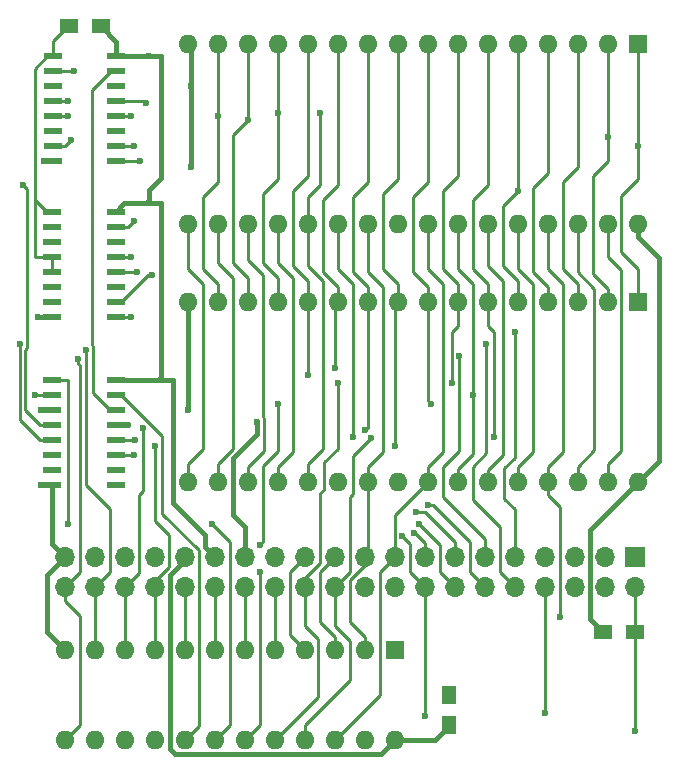
<source format=gtl>
G04 #@! TF.FileFunction,Copper,L1,Top,Signal*
%FSLAX46Y46*%
G04 Gerber Fmt 4.6, Leading zero omitted, Abs format (unit mm)*
G04 Created by KiCad (PCBNEW 4.0.7-e2-6376~58~ubuntu16.04.1) date Thu Mar 10 23:02:34 2022*
%MOMM*%
%LPD*%
G01*
G04 APERTURE LIST*
%ADD10C,0.100000*%
%ADD11R,1.250000X1.500000*%
%ADD12R,1.700000X1.700000*%
%ADD13O,1.700000X1.700000*%
%ADD14R,1.500000X1.300000*%
%ADD15R,1.500000X0.600000*%
%ADD16R,1.600000X1.600000*%
%ADD17O,1.600000X1.600000*%
%ADD18C,0.600000*%
%ADD19C,0.400000*%
%ADD20C,0.250000*%
G04 APERTURE END LIST*
D10*
D11*
X165862000Y-94214000D03*
X165862000Y-91714000D03*
D12*
X181610000Y-80010000D03*
D13*
X181610000Y-82550000D03*
X179070000Y-80010000D03*
X179070000Y-82550000D03*
X176530000Y-80010000D03*
X176530000Y-82550000D03*
X173990000Y-80010000D03*
X173990000Y-82550000D03*
X171450000Y-80010000D03*
X171450000Y-82550000D03*
X168910000Y-80010000D03*
X168910000Y-82550000D03*
X166370000Y-80010000D03*
X166370000Y-82550000D03*
X163830000Y-80010000D03*
X163830000Y-82550000D03*
X161290000Y-80010000D03*
X161290000Y-82550000D03*
X158750000Y-80010000D03*
X158750000Y-82550000D03*
X156210000Y-80010000D03*
X156210000Y-82550000D03*
X153670000Y-80010000D03*
X153670000Y-82550000D03*
X151130000Y-80010000D03*
X151130000Y-82550000D03*
X148590000Y-80010000D03*
X148590000Y-82550000D03*
X146050000Y-80010000D03*
X146050000Y-82550000D03*
X143510000Y-80010000D03*
X143510000Y-82550000D03*
X140970000Y-80010000D03*
X140970000Y-82550000D03*
X138430000Y-80010000D03*
X138430000Y-82550000D03*
X135890000Y-80010000D03*
X135890000Y-82550000D03*
X133350000Y-80010000D03*
X133350000Y-82550000D03*
D14*
X181610000Y-86360000D03*
X178910000Y-86360000D03*
X133698000Y-35052000D03*
X136398000Y-35052000D03*
D15*
X132268000Y-65024000D03*
X132268000Y-66294000D03*
X132268000Y-67564000D03*
X132268000Y-68834000D03*
X132268000Y-70104000D03*
X132268000Y-71374000D03*
X132268000Y-72644000D03*
X132268000Y-73914000D03*
X137668000Y-73914000D03*
X137668000Y-72644000D03*
X137668000Y-71374000D03*
X137668000Y-70104000D03*
X137668000Y-68834000D03*
X137668000Y-67564000D03*
X137668000Y-66294000D03*
X137668000Y-65024000D03*
X132334000Y-37592000D03*
X132334000Y-38862000D03*
X132334000Y-40132000D03*
X132334000Y-41402000D03*
X132334000Y-42672000D03*
X132334000Y-43942000D03*
X132334000Y-45212000D03*
X132334000Y-46482000D03*
X137734000Y-46482000D03*
X137734000Y-45212000D03*
X137734000Y-43942000D03*
X137734000Y-42672000D03*
X137734000Y-41402000D03*
X137734000Y-40132000D03*
X137734000Y-38862000D03*
X137734000Y-37592000D03*
D16*
X161290000Y-87884000D03*
D17*
X133350000Y-95504000D03*
X158750000Y-87884000D03*
X135890000Y-95504000D03*
X156210000Y-87884000D03*
X138430000Y-95504000D03*
X153670000Y-87884000D03*
X140970000Y-95504000D03*
X151130000Y-87884000D03*
X143510000Y-95504000D03*
X148590000Y-87884000D03*
X146050000Y-95504000D03*
X146050000Y-87884000D03*
X148590000Y-95504000D03*
X143510000Y-87884000D03*
X151130000Y-95504000D03*
X140970000Y-87884000D03*
X153670000Y-95504000D03*
X138430000Y-87884000D03*
X156210000Y-95504000D03*
X135890000Y-87884000D03*
X158750000Y-95504000D03*
X133350000Y-87884000D03*
X161290000Y-95504000D03*
D15*
X132268000Y-50800000D03*
X132268000Y-52070000D03*
X132268000Y-53340000D03*
X132268000Y-54610000D03*
X132268000Y-55880000D03*
X132268000Y-57150000D03*
X132268000Y-58420000D03*
X132268000Y-59690000D03*
X137668000Y-59690000D03*
X137668000Y-58420000D03*
X137668000Y-57150000D03*
X137668000Y-55880000D03*
X137668000Y-54610000D03*
X137668000Y-53340000D03*
X137668000Y-52070000D03*
X137668000Y-50800000D03*
D16*
X181864000Y-36576000D03*
D17*
X143764000Y-51816000D03*
X179324000Y-36576000D03*
X146304000Y-51816000D03*
X176784000Y-36576000D03*
X148844000Y-51816000D03*
X174244000Y-36576000D03*
X151384000Y-51816000D03*
X171704000Y-36576000D03*
X153924000Y-51816000D03*
X169164000Y-36576000D03*
X156464000Y-51816000D03*
X166624000Y-36576000D03*
X159004000Y-51816000D03*
X164084000Y-36576000D03*
X161544000Y-51816000D03*
X161544000Y-36576000D03*
X164084000Y-51816000D03*
X159004000Y-36576000D03*
X166624000Y-51816000D03*
X156464000Y-36576000D03*
X169164000Y-51816000D03*
X153924000Y-36576000D03*
X171704000Y-51816000D03*
X151384000Y-36576000D03*
X174244000Y-51816000D03*
X148844000Y-36576000D03*
X176784000Y-51816000D03*
X146304000Y-36576000D03*
X179324000Y-51816000D03*
X143764000Y-36576000D03*
X181864000Y-51816000D03*
D16*
X181864000Y-58420000D03*
D17*
X143764000Y-73660000D03*
X179324000Y-58420000D03*
X146304000Y-73660000D03*
X176784000Y-58420000D03*
X148844000Y-73660000D03*
X174244000Y-58420000D03*
X151384000Y-73660000D03*
X171704000Y-58420000D03*
X153924000Y-73660000D03*
X169164000Y-58420000D03*
X156464000Y-73660000D03*
X166624000Y-58420000D03*
X159004000Y-73660000D03*
X164084000Y-58420000D03*
X161544000Y-73660000D03*
X161544000Y-58420000D03*
X164084000Y-73660000D03*
X159004000Y-58420000D03*
X166624000Y-73660000D03*
X156464000Y-58420000D03*
X169164000Y-73660000D03*
X153924000Y-58420000D03*
X171704000Y-73660000D03*
X151384000Y-58420000D03*
X174244000Y-73660000D03*
X148844000Y-58420000D03*
X176784000Y-73660000D03*
X146304000Y-58420000D03*
X179324000Y-73660000D03*
X143764000Y-58420000D03*
X181864000Y-73660000D03*
D18*
X149606000Y-68580000D03*
X140462000Y-37592000D03*
X140462000Y-50078000D03*
X141478000Y-65024000D03*
X165862000Y-91714000D03*
X144018000Y-46990000D03*
X143764000Y-67564000D03*
X131318000Y-73914000D03*
X131318000Y-67564000D03*
X138684000Y-68834000D03*
X131064000Y-59690000D03*
X131572000Y-46482000D03*
X144018000Y-40132000D03*
X151384000Y-42418000D03*
X133604000Y-41402000D03*
X171450000Y-60960000D03*
X146304000Y-42672000D03*
X138938000Y-42672000D03*
X166741010Y-62963506D03*
X163068000Y-76200000D03*
X139446000Y-55880000D03*
X162952739Y-77971362D03*
X153924000Y-64633010D03*
X134502990Y-63246000D03*
X156210000Y-64008000D03*
X135128000Y-62484000D03*
X158815732Y-69280010D03*
X139954000Y-69088000D03*
X161290000Y-70612000D03*
X140970000Y-70612000D03*
X164405343Y-67025981D03*
X151446145Y-67025981D03*
X149860000Y-78994000D03*
X166116000Y-65278000D03*
X156464000Y-65278000D03*
X159305377Y-69912676D03*
X169672000Y-69850000D03*
X149901450Y-81321450D03*
X130864611Y-66287478D03*
X167894000Y-66294000D03*
X138938000Y-54610000D03*
X161915010Y-78232000D03*
X163830000Y-93472000D03*
X163322000Y-77216000D03*
X140208000Y-41596979D03*
X154940000Y-42418000D03*
X164109513Y-75640974D03*
X148844000Y-43043010D03*
X169046990Y-61976000D03*
X133604000Y-42672000D03*
X173990000Y-93218000D03*
X175260000Y-85090000D03*
X181610000Y-94742000D03*
X145796000Y-77216000D03*
X133604000Y-77216000D03*
X139700000Y-46482000D03*
X129794000Y-48514000D03*
X138938000Y-59690000D03*
X129540000Y-61976000D03*
X139192000Y-71374000D03*
X139328990Y-70104000D03*
X157734000Y-69850000D03*
X134112000Y-38862000D03*
X179324000Y-44450000D03*
X133858000Y-44704000D03*
X181864000Y-45212000D03*
X139192000Y-45212000D03*
X140777990Y-56129372D03*
X139192000Y-51562000D03*
X171704000Y-49022000D03*
D19*
X161290000Y-95504000D02*
X164697000Y-95504000D01*
X164697000Y-95504000D02*
X165862000Y-94339000D01*
X165862000Y-94339000D02*
X165862000Y-94214000D01*
X143510000Y-80010000D02*
X143510000Y-80264000D01*
X142240000Y-81534000D02*
X142240000Y-96266000D01*
X143510000Y-80264000D02*
X142240000Y-81534000D01*
X142240000Y-96266000D02*
X142678001Y-96704001D01*
X160089999Y-96704001D02*
X161290000Y-95504000D01*
X142678001Y-96704001D02*
X160089999Y-96704001D01*
X149352000Y-69850000D02*
X149606000Y-69596000D01*
X149606000Y-69596000D02*
X149606000Y-68580000D01*
X148590000Y-70612000D02*
X148844000Y-70358000D01*
X147574000Y-71628000D02*
X148590000Y-70612000D01*
X148590000Y-70612000D02*
X149352000Y-69850000D01*
X147574000Y-76454000D02*
X147574000Y-71628000D01*
X148590000Y-77470000D02*
X147574000Y-76454000D01*
X148590000Y-80010000D02*
X148590000Y-77470000D01*
X177800000Y-77724000D02*
X177800000Y-84836000D01*
X177894000Y-85344000D02*
X178308000Y-85758000D01*
X178308000Y-85758000D02*
X178910000Y-86360000D01*
X177800000Y-84836000D02*
X177800000Y-85250000D01*
X177800000Y-85250000D02*
X178308000Y-85758000D01*
X181864000Y-73660000D02*
X177800000Y-77724000D01*
X140462000Y-37592000D02*
X137734000Y-37592000D01*
X141478000Y-37592000D02*
X140462000Y-37592000D01*
X141478000Y-47912000D02*
X141478000Y-37592000D01*
X140462000Y-50078000D02*
X140462000Y-48928000D01*
X140462000Y-48928000D02*
X141478000Y-47912000D01*
X140462000Y-50078000D02*
X138390000Y-50078000D01*
X138390000Y-50078000D02*
X137668000Y-50800000D01*
X141478000Y-65024000D02*
X141478000Y-50038000D01*
X141478000Y-50038000D02*
X140502000Y-50038000D01*
X140502000Y-50038000D02*
X140462000Y-50078000D01*
X141478000Y-65024000D02*
X137668000Y-65024000D01*
X146050000Y-80010000D02*
X145200001Y-79160001D01*
X145200001Y-79160001D02*
X145200001Y-78144001D01*
X142494000Y-65024000D02*
X141478000Y-65024000D01*
X145200001Y-78144001D02*
X142494000Y-75438000D01*
X142494000Y-75438000D02*
X142494000Y-65024000D01*
X137734000Y-37592000D02*
X137734000Y-36388000D01*
X137734000Y-36388000D02*
X136398000Y-35052000D01*
X183642000Y-54725370D02*
X183642000Y-71882000D01*
X183642000Y-71882000D02*
X181864000Y-73660000D01*
X181864000Y-51816000D02*
X181864000Y-52947370D01*
X181864000Y-52947370D02*
X183642000Y-54725370D01*
X144018000Y-46990000D02*
X144018000Y-40132000D01*
X143764000Y-58420000D02*
X143764000Y-67564000D01*
X131318000Y-73914000D02*
X132268000Y-73914000D01*
X131318000Y-67564000D02*
X132268000Y-67564000D01*
X138684000Y-68834000D02*
X137668000Y-68834000D01*
X131064000Y-59690000D02*
X132268000Y-59690000D01*
X131572000Y-46482000D02*
X132334000Y-46482000D01*
X144018000Y-40132000D02*
X144018000Y-36830000D01*
X144018000Y-36830000D02*
X143764000Y-36576000D01*
X132268000Y-67564000D02*
X132718000Y-67564000D01*
X132268000Y-73914000D02*
X132268000Y-78928000D01*
X132268000Y-78928000D02*
X133350000Y-80010000D01*
X133350000Y-87884000D02*
X131826000Y-86360000D01*
X131826000Y-86360000D02*
X131826000Y-81534000D01*
X131826000Y-81534000D02*
X133350000Y-80010000D01*
D20*
X151384000Y-36576000D02*
X151384000Y-42418000D01*
X151384000Y-42418000D02*
X151384000Y-48006000D01*
X132334000Y-41402000D02*
X133604000Y-41402000D01*
X171450000Y-71628000D02*
X171450000Y-60960000D01*
X170578999Y-72499001D02*
X171450000Y-71628000D01*
X171450000Y-75946000D02*
X170578999Y-75074999D01*
X170578999Y-75074999D02*
X170578999Y-72499001D01*
X171450000Y-80010000D02*
X171450000Y-75946000D01*
X151384000Y-48006000D02*
X150114000Y-49276000D01*
X150114000Y-49276000D02*
X150114000Y-55118000D01*
X150114000Y-55118000D02*
X151384000Y-56388000D01*
X151384000Y-56388000D02*
X151384000Y-58420000D01*
X146304000Y-42672000D02*
X146304000Y-48260000D01*
X146304000Y-36576000D02*
X146304000Y-42672000D01*
X137734000Y-42672000D02*
X138938000Y-42672000D01*
X165354000Y-72390000D02*
X166741010Y-71002990D01*
X165354000Y-74930000D02*
X165354000Y-72390000D01*
X168910000Y-78486000D02*
X165354000Y-74930000D01*
X166741010Y-71002990D02*
X166741010Y-62963506D01*
X168910000Y-80010000D02*
X168910000Y-78486000D01*
X146304000Y-48260000D02*
X145034000Y-49530000D01*
X145034000Y-49530000D02*
X145034000Y-55626000D01*
X145034000Y-55626000D02*
X146304000Y-56896000D01*
X146304000Y-56896000D02*
X146304000Y-58420000D01*
X166370000Y-80010000D02*
X166370000Y-78740000D01*
X166370000Y-78740000D02*
X163830000Y-76200000D01*
X163068000Y-76200000D02*
X163830000Y-76200000D01*
X151384000Y-72390000D02*
X151384000Y-73660000D01*
X152654000Y-71120000D02*
X151384000Y-72390000D01*
X152654000Y-56388000D02*
X152654000Y-71120000D01*
X151384000Y-55118000D02*
X152654000Y-56388000D01*
X151384000Y-51816000D02*
X151384000Y-55118000D01*
X137668000Y-55880000D02*
X139446000Y-55880000D01*
X162993443Y-77971362D02*
X162952739Y-77971362D01*
X163830000Y-80010000D02*
X163830000Y-78807919D01*
X163830000Y-78807919D02*
X162993443Y-77971362D01*
X146304000Y-51816000D02*
X146304000Y-55118000D01*
X146304000Y-55118000D02*
X147574000Y-56388000D01*
X147574000Y-56388000D02*
X147574000Y-70866000D01*
X147574000Y-70866000D02*
X146304000Y-72136000D01*
X146304000Y-72136000D02*
X146304000Y-73660000D01*
X161290000Y-80010000D02*
X161290000Y-76454000D01*
X161290000Y-76454000D02*
X164084000Y-73660000D01*
X156210000Y-95504000D02*
X160020000Y-91694000D01*
X160020000Y-91694000D02*
X160020000Y-81280000D01*
X160020000Y-81280000D02*
X161290000Y-80010000D01*
X164084000Y-51816000D02*
X164084000Y-55626000D01*
X164084000Y-55626000D02*
X165354000Y-56896000D01*
X165354000Y-56896000D02*
X165354000Y-71120000D01*
X165354000Y-71120000D02*
X164084000Y-72390000D01*
X164084000Y-72390000D02*
X164084000Y-73660000D01*
X158750000Y-86752630D02*
X158750000Y-87884000D01*
X157480000Y-81916411D02*
X157480000Y-85482630D01*
X157480000Y-85482630D02*
X158750000Y-86752630D01*
X158750000Y-80646411D02*
X157480000Y-81916411D01*
X158750000Y-80010000D02*
X158750000Y-80646411D01*
X159004000Y-73660000D02*
X159004000Y-79756000D01*
X159004000Y-79756000D02*
X158750000Y-80010000D01*
X159004000Y-51816000D02*
X159004000Y-55880000D01*
X159004000Y-55880000D02*
X160274000Y-57150000D01*
X160274000Y-57150000D02*
X160274000Y-71120000D01*
X160274000Y-71120000D02*
X159004000Y-72390000D01*
X159004000Y-72390000D02*
X159004000Y-73660000D01*
X156210000Y-86752630D02*
X156210000Y-87884000D01*
X154940000Y-85482630D02*
X156210000Y-86752630D01*
X154940000Y-81280000D02*
X154940000Y-85482630D01*
X156210000Y-80010000D02*
X154940000Y-81280000D01*
X180449001Y-71010999D02*
X179324000Y-72136000D01*
X179324000Y-72136000D02*
X179324000Y-73660000D01*
X180449001Y-55735001D02*
X180449001Y-71010999D01*
X179324000Y-54610000D02*
X180449001Y-55735001D01*
X179324000Y-51816000D02*
X179324000Y-54610000D01*
X153670000Y-80010000D02*
X152400000Y-81280000D01*
X152400000Y-81280000D02*
X152400000Y-86614000D01*
X152400000Y-86614000D02*
X153670000Y-87884000D01*
X178198999Y-70975001D02*
X176784000Y-72390000D01*
X176784000Y-72390000D02*
X176784000Y-73660000D01*
X178198999Y-57294999D02*
X178198999Y-70975001D01*
X176784000Y-55880000D02*
X178198999Y-57294999D01*
X176784000Y-51816000D02*
X176784000Y-55880000D01*
X153924000Y-58420000D02*
X153924000Y-64633010D01*
X134502990Y-63670264D02*
X134502990Y-63246000D01*
X134620000Y-81280000D02*
X134620000Y-63787274D01*
X134620000Y-63787274D02*
X134502990Y-63670264D01*
X133350000Y-82550000D02*
X134620000Y-81280000D01*
X134620000Y-85022081D02*
X134620000Y-94234000D01*
X134620000Y-94234000D02*
X133350000Y-95504000D01*
X133350000Y-82550000D02*
X133350000Y-83752081D01*
X133350000Y-83752081D02*
X134620000Y-85022081D01*
X153924000Y-36576000D02*
X153924000Y-47752000D01*
X153924000Y-47752000D02*
X152654000Y-49022000D01*
X152654000Y-49022000D02*
X152654000Y-55372000D01*
X152654000Y-55372000D02*
X153924000Y-56642000D01*
X153924000Y-56642000D02*
X153924000Y-58420000D01*
X156210000Y-64008000D02*
X156210000Y-58674000D01*
X156210000Y-58674000D02*
X156464000Y-58420000D01*
X137160000Y-75946000D02*
X135128000Y-73914000D01*
X135128000Y-73914000D02*
X135128000Y-62484000D01*
X137160000Y-81280000D02*
X137160000Y-75946000D01*
X135890000Y-82550000D02*
X137160000Y-81280000D01*
X135890000Y-82550000D02*
X135890000Y-87884000D01*
X156464000Y-36576000D02*
X156464000Y-48514000D01*
X156464000Y-48514000D02*
X155194000Y-49784000D01*
X155194000Y-49784000D02*
X155194000Y-55880000D01*
X155194000Y-55880000D02*
X156464000Y-57150000D01*
X156464000Y-57150000D02*
X156464000Y-58420000D01*
X159004000Y-58420000D02*
X159004000Y-69091742D01*
X159004000Y-69091742D02*
X158815732Y-69280010D01*
X139605001Y-74770999D02*
X139954000Y-74422000D01*
X139954000Y-74422000D02*
X139954000Y-69088000D01*
X138430000Y-82550000D02*
X139605001Y-81374999D01*
X139605001Y-81374999D02*
X139605001Y-74770999D01*
X138430000Y-82550000D02*
X138430000Y-87884000D01*
X159004000Y-36576000D02*
X159004000Y-48260000D01*
X159004000Y-48260000D02*
X157734000Y-49530000D01*
X157734000Y-49530000D02*
X157734000Y-55880000D01*
X157734000Y-55880000D02*
X159004000Y-57150000D01*
X159004000Y-57150000D02*
X159004000Y-58420000D01*
X140970000Y-71036264D02*
X140970000Y-70612000D01*
X142145001Y-78137001D02*
X140970000Y-76962000D01*
X142145001Y-80886522D02*
X142145001Y-78137001D01*
X140970000Y-82061523D02*
X142145001Y-80886522D01*
X140970000Y-76962000D02*
X140970000Y-71036264D01*
X140970000Y-82550000D02*
X140970000Y-82061523D01*
X161290000Y-70612000D02*
X161290000Y-58674000D01*
X161290000Y-58674000D02*
X161544000Y-58420000D01*
X161544000Y-36576000D02*
X161544000Y-48006000D01*
X161544000Y-48006000D02*
X160274000Y-49276000D01*
X160274000Y-49276000D02*
X160274000Y-55626000D01*
X160274000Y-55626000D02*
X161544000Y-56896000D01*
X161544000Y-56896000D02*
X161544000Y-58420000D01*
X140970000Y-82550000D02*
X140970000Y-87884000D01*
X151446145Y-71057855D02*
X151446145Y-67450245D01*
X151446145Y-67450245D02*
X151446145Y-67025981D01*
X150159999Y-72344001D02*
X151446145Y-71057855D01*
X150159999Y-78694001D02*
X150159999Y-72344001D01*
X149860000Y-78994000D02*
X150159999Y-78694001D01*
X164084000Y-58420000D02*
X164084000Y-66704638D01*
X164084000Y-66704638D02*
X164105344Y-66725982D01*
X164105344Y-66725982D02*
X164405343Y-67025981D01*
X143510000Y-82550000D02*
X143510000Y-87884000D01*
X164084000Y-57150000D02*
X164084000Y-58420000D01*
X162814000Y-55880000D02*
X164084000Y-57150000D01*
X162814000Y-49530000D02*
X162814000Y-55880000D01*
X164084000Y-48260000D02*
X162814000Y-49530000D01*
X164084000Y-36576000D02*
X164084000Y-48260000D01*
X171704000Y-73660000D02*
X171704000Y-74168000D01*
X171704000Y-51816000D02*
X171704000Y-55626000D01*
X171704000Y-55626000D02*
X172974000Y-56896000D01*
X172974000Y-56896000D02*
X172974000Y-71120000D01*
X172974000Y-71120000D02*
X171704000Y-72390000D01*
X171704000Y-72390000D02*
X171704000Y-73660000D01*
X146050000Y-82550000D02*
X146050000Y-87884000D01*
X148590000Y-82550000D02*
X148590000Y-87884000D01*
X151130000Y-82550000D02*
X151130000Y-87884000D01*
X166116000Y-60960000D02*
X166624000Y-60452000D01*
X166624000Y-60452000D02*
X166624000Y-58420000D01*
X166116000Y-65278000D02*
X166116000Y-60960000D01*
X155338999Y-71991001D02*
X156464000Y-70866000D01*
X156464000Y-70866000D02*
X156464000Y-65278000D01*
X154940000Y-74676000D02*
X155338999Y-74277001D01*
X155338999Y-74277001D02*
X155338999Y-71991001D01*
X154940000Y-80518000D02*
X154940000Y-74676000D01*
X153670000Y-81788000D02*
X154940000Y-80518000D01*
X153670000Y-82550000D02*
X153670000Y-81788000D01*
X153670000Y-82550000D02*
X153670000Y-85852000D01*
X153670000Y-85852000D02*
X154795001Y-86977001D01*
X154795001Y-91838999D02*
X151130000Y-95504000D01*
X154795001Y-86977001D02*
X154795001Y-91838999D01*
X166624000Y-36576000D02*
X166624000Y-47752000D01*
X166624000Y-47752000D02*
X165354000Y-49022000D01*
X166624000Y-56896000D02*
X166624000Y-58420000D01*
X165354000Y-49022000D02*
X165354000Y-55626000D01*
X165354000Y-55626000D02*
X166624000Y-56896000D01*
X159005378Y-70212675D02*
X159305377Y-69912676D01*
X157480000Y-81280000D02*
X157480000Y-74930000D01*
X157734000Y-74676000D02*
X157734000Y-71484053D01*
X156210000Y-82550000D02*
X157480000Y-81280000D01*
X157480000Y-74930000D02*
X157734000Y-74676000D01*
X157734000Y-71484053D02*
X159005378Y-70212675D01*
X169672000Y-69850000D02*
X169672000Y-60960000D01*
X169164000Y-58420000D02*
X169164000Y-60452000D01*
X169164000Y-60452000D02*
X169672000Y-60960000D01*
X169164000Y-36576000D02*
X169164000Y-48514000D01*
X169164000Y-48514000D02*
X167894000Y-49784000D01*
X167894000Y-49784000D02*
X167894000Y-55626000D01*
X167894000Y-55626000D02*
X169164000Y-56896000D01*
X169164000Y-56896000D02*
X169164000Y-58420000D01*
X157480000Y-90424000D02*
X153670000Y-94234000D01*
X153670000Y-94234000D02*
X153670000Y-95504000D01*
X157480000Y-87122000D02*
X157480000Y-90424000D01*
X156210000Y-85852000D02*
X157480000Y-87122000D01*
X156210000Y-82550000D02*
X156210000Y-85852000D01*
X148590000Y-95504000D02*
X149901450Y-94192550D01*
X149901450Y-94192550D02*
X149901450Y-81321450D01*
X169164000Y-51816000D02*
X169164000Y-55372000D01*
X169164000Y-55372000D02*
X170434000Y-56642000D01*
X170434000Y-56642000D02*
X170434000Y-71374000D01*
X170434000Y-71374000D02*
X169164000Y-72644000D01*
X169164000Y-72644000D02*
X169164000Y-73660000D01*
X132268000Y-66294000D02*
X130871133Y-66294000D01*
X130871133Y-66294000D02*
X130864611Y-66287478D01*
X167894000Y-71258630D02*
X167894000Y-66294000D01*
X167894000Y-66294000D02*
X167894000Y-56896000D01*
X166624000Y-73660000D02*
X166624000Y-72528630D01*
X166624000Y-72528630D02*
X167894000Y-71258630D01*
X167894000Y-56896000D02*
X166624000Y-55626000D01*
X166624000Y-55626000D02*
X166624000Y-51816000D01*
X137668000Y-54610000D02*
X138938000Y-54610000D01*
X162560000Y-78876990D02*
X161915010Y-78232000D01*
X162560000Y-81280000D02*
X162560000Y-78876990D01*
X163830000Y-82550000D02*
X162560000Y-81280000D01*
X163830000Y-82550000D02*
X163830000Y-93472000D01*
X143764000Y-72136000D02*
X143764000Y-73660000D01*
X145034000Y-70866000D02*
X143764000Y-72136000D01*
X145034000Y-56896000D02*
X145034000Y-70866000D01*
X143764000Y-55626000D02*
X145034000Y-56896000D01*
X143764000Y-51816000D02*
X143764000Y-55626000D01*
X148844000Y-72528630D02*
X148844000Y-73660000D01*
X148844000Y-51816000D02*
X148844000Y-54864000D01*
X150231002Y-68279998D02*
X150231002Y-71002998D01*
X148844000Y-72390000D02*
X148844000Y-72528630D01*
X150231002Y-71002998D02*
X148844000Y-72390000D01*
X150114000Y-56134000D02*
X150114000Y-68162996D01*
X148844000Y-54864000D02*
X150114000Y-56134000D01*
X150114000Y-68162996D02*
X150231002Y-68279998D01*
X163322000Y-77216000D02*
X165100000Y-78994000D01*
X165100000Y-81280000D02*
X166370000Y-82550000D01*
X165100000Y-78994000D02*
X165100000Y-81280000D01*
X137734000Y-41402000D02*
X140013021Y-41402000D01*
X140013021Y-41402000D02*
X140208000Y-41596979D01*
X154940000Y-48514000D02*
X153924000Y-49530000D01*
X153924000Y-49530000D02*
X153924000Y-51816000D01*
X154940000Y-42418000D02*
X154940000Y-48514000D01*
X164533777Y-75640974D02*
X164109513Y-75640974D01*
X167640000Y-81280000D02*
X167640000Y-78747197D01*
X167640000Y-78747197D02*
X164533777Y-75640974D01*
X168910000Y-82550000D02*
X167640000Y-81280000D01*
X153924000Y-73660000D02*
X153924000Y-72136000D01*
X153924000Y-72136000D02*
X155194000Y-70866000D01*
X155194000Y-70866000D02*
X155194000Y-56642000D01*
X155194000Y-56642000D02*
X153924000Y-55372000D01*
X153924000Y-55372000D02*
X153924000Y-51816000D01*
X147574000Y-44313010D02*
X148844000Y-43043010D01*
X147574000Y-55118000D02*
X147574000Y-44313010D01*
X148844000Y-56388000D02*
X147574000Y-55118000D01*
X148844000Y-58420000D02*
X148844000Y-56388000D01*
X148844000Y-36576000D02*
X148844000Y-43043010D01*
X169046990Y-69549990D02*
X169046990Y-61976000D01*
X169046999Y-69549999D02*
X169046990Y-69549990D01*
X170180000Y-77470000D02*
X167894000Y-75184000D01*
X170180000Y-81280000D02*
X170180000Y-77470000D01*
X171450000Y-82550000D02*
X170180000Y-81280000D01*
X167894000Y-72390000D02*
X169046999Y-71237001D01*
X167894000Y-75184000D02*
X167894000Y-72390000D01*
X169046999Y-71237001D02*
X169046999Y-69549999D01*
X132334000Y-42672000D02*
X133604000Y-42672000D01*
X173990000Y-82550000D02*
X173990000Y-93218000D01*
X175260000Y-75807370D02*
X175260000Y-85090000D01*
X174244000Y-73660000D02*
X174244000Y-74791370D01*
X174244000Y-74791370D02*
X175260000Y-75807370D01*
X174244000Y-51816000D02*
X174244000Y-55626000D01*
X174244000Y-55626000D02*
X175514000Y-56896000D01*
X175514000Y-56896000D02*
X175514000Y-71120000D01*
X175514000Y-71120000D02*
X174244000Y-72390000D01*
X174244000Y-72390000D02*
X174244000Y-73660000D01*
X181610000Y-82550000D02*
X181610000Y-86360000D01*
X181610000Y-82550000D02*
X181610000Y-94742000D01*
X132268000Y-54610000D02*
X132268000Y-55880000D01*
X130810000Y-49792000D02*
X130810000Y-54610000D01*
X130810000Y-54610000D02*
X132268000Y-54610000D01*
X132334000Y-37592000D02*
X131884000Y-37592000D01*
X131818000Y-50800000D02*
X132268000Y-50800000D01*
X131884000Y-37592000D02*
X130810000Y-38666000D01*
X130810000Y-38666000D02*
X130810000Y-49792000D01*
X130810000Y-49792000D02*
X131818000Y-50800000D01*
X132334000Y-37592000D02*
X132334000Y-36316000D01*
X132334000Y-36316000D02*
X133598000Y-35052000D01*
X133598000Y-35052000D02*
X133698000Y-35052000D01*
X145796000Y-77216000D02*
X147320000Y-78740000D01*
X147320000Y-78740000D02*
X147320000Y-94234000D01*
X147320000Y-94234000D02*
X146050000Y-95504000D01*
X133604000Y-65024000D02*
X133604000Y-77216000D01*
X132268000Y-65024000D02*
X133604000Y-65024000D01*
X132718000Y-65024000D02*
X132268000Y-65024000D01*
X130165002Y-48885002D02*
X129794000Y-48514000D01*
X130165002Y-62276002D02*
X130165002Y-48885002D01*
X129990011Y-62450993D02*
X130165002Y-62276002D01*
X131268000Y-68834000D02*
X129990011Y-67556011D01*
X132268000Y-68834000D02*
X131268000Y-68834000D01*
X129990011Y-67556011D02*
X129990011Y-62450993D01*
X139700000Y-46482000D02*
X137734000Y-46482000D01*
X138938000Y-59690000D02*
X137668000Y-59690000D01*
X129540000Y-68376000D02*
X129540000Y-61976000D01*
X131268000Y-70104000D02*
X129540000Y-68376000D01*
X132268000Y-70104000D02*
X131268000Y-70104000D01*
X137668000Y-71374000D02*
X139192000Y-71374000D01*
X137668000Y-70104000D02*
X139328990Y-70104000D01*
X157734000Y-56896000D02*
X157734000Y-69850000D01*
X156464000Y-55626000D02*
X157734000Y-56896000D01*
X156464000Y-51816000D02*
X156464000Y-55626000D01*
X135753002Y-62183998D02*
X135753002Y-66099002D01*
X137284000Y-38862000D02*
X135636000Y-40510000D01*
X135636000Y-62066996D02*
X135753002Y-62183998D01*
X135636000Y-40510000D02*
X135636000Y-62066996D01*
X137734000Y-38862000D02*
X137284000Y-38862000D01*
X137218000Y-67564000D02*
X137668000Y-67564000D01*
X135753002Y-66099002D02*
X137218000Y-67564000D01*
X144685001Y-93218000D02*
X144685001Y-79445999D01*
X144685001Y-94139001D02*
X144685001Y-93218000D01*
X144685001Y-93218000D02*
X144685001Y-94328999D01*
X144685001Y-94328999D02*
X143510000Y-95504000D01*
X138118000Y-66294000D02*
X137668000Y-66294000D01*
X141595002Y-69771002D02*
X138118000Y-66294000D01*
X141595002Y-76356000D02*
X141595002Y-69771002D01*
X144685001Y-79445999D02*
X141595002Y-76356000D01*
X132334000Y-38862000D02*
X134112000Y-38862000D01*
X176784000Y-36576000D02*
X176784000Y-46990000D01*
X176784000Y-46990000D02*
X175514000Y-48260000D01*
X175514000Y-48260000D02*
X175514000Y-55626000D01*
X175514000Y-55626000D02*
X176784000Y-56896000D01*
X176784000Y-56896000D02*
X176784000Y-58420000D01*
X179324000Y-46482000D02*
X179324000Y-44450000D01*
X179324000Y-44450000D02*
X179324000Y-36576000D01*
X132334000Y-45212000D02*
X133350000Y-45212000D01*
X133350000Y-45212000D02*
X133858000Y-44704000D01*
X179324000Y-58420000D02*
X179324000Y-57288630D01*
X179324000Y-57288630D02*
X178054000Y-56018630D01*
X178054000Y-56018630D02*
X178054000Y-47752000D01*
X178054000Y-47752000D02*
X179324000Y-46482000D01*
X132334000Y-45212000D02*
X132784000Y-45212000D01*
X181864000Y-36576000D02*
X181864000Y-45212000D01*
X181864000Y-45212000D02*
X181864000Y-48006000D01*
X137734000Y-45212000D02*
X139192000Y-45212000D01*
X180449001Y-54211001D02*
X181864000Y-55626000D01*
X181864000Y-55626000D02*
X181864000Y-58420000D01*
X181864000Y-48006000D02*
X180449001Y-49420999D01*
X180449001Y-49420999D02*
X180449001Y-54211001D01*
X140408628Y-56129372D02*
X140777990Y-56129372D01*
X138118000Y-58420000D02*
X140408628Y-56129372D01*
X137668000Y-58420000D02*
X138118000Y-58420000D01*
X174244000Y-36576000D02*
X174244000Y-47498000D01*
X174244000Y-47498000D02*
X172974000Y-48768000D01*
X172974000Y-48768000D02*
X172974000Y-55880000D01*
X174244000Y-57150000D02*
X174244000Y-58420000D01*
X172974000Y-55880000D02*
X174244000Y-57150000D01*
X137668000Y-52070000D02*
X138684000Y-52070000D01*
X138684000Y-52070000D02*
X139192000Y-51562000D01*
X171704000Y-36576000D02*
X171704000Y-49022000D01*
X171704000Y-49022000D02*
X170434000Y-50292000D01*
X170434000Y-50292000D02*
X170434000Y-55372000D01*
X170434000Y-55372000D02*
X171704000Y-56642000D01*
X171704000Y-56642000D02*
X171704000Y-58420000D01*
M02*

</source>
